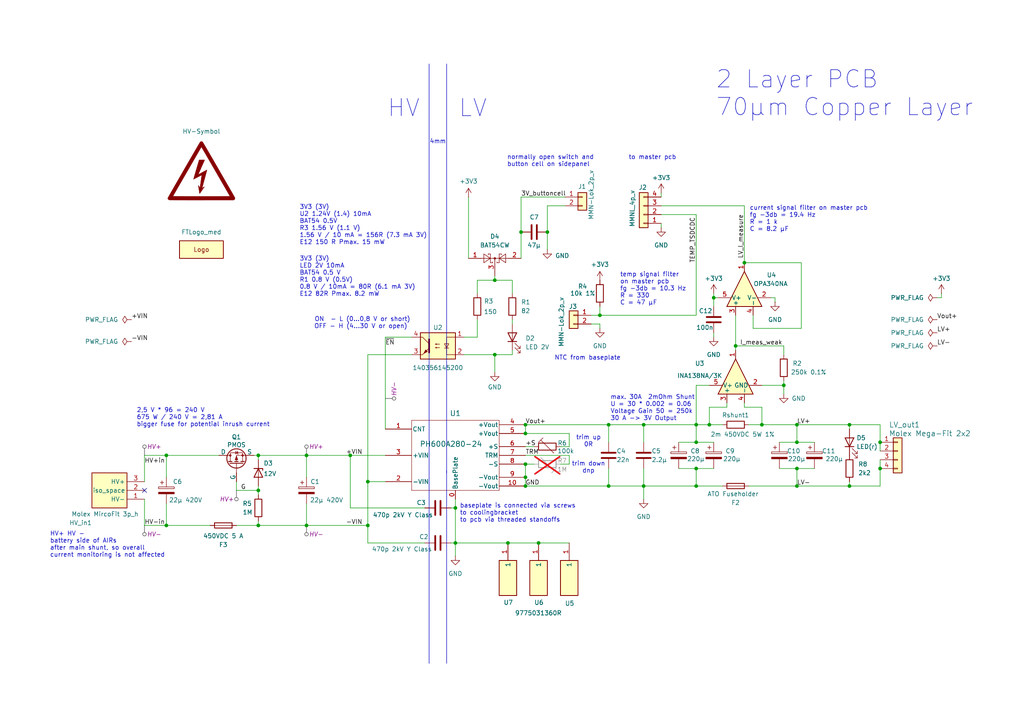
<source format=kicad_sch>
(kicad_sch (version 20231120) (generator "eeschema") (generator_version "8.0")
  (paper "A4")
  (title_block (title "TS-DCDC") (date "2024-12-12") (rev "0.5"))
  (lib_symbols
    (symbol "2024-11-18_21-41-11:PH600A280-24" (pin_names (offset 0.254))
      (property "Reference" "U1" (at 20.32 7.112 0))
      (property "Value" "PH600A280-24" (at 19.05 -1.778 0))
      (symbol "PH600A280-24_1_1"
        (pin passive line (at 20.32 -17.78 90) (length 2.54) (name "BasePlate") (number "0"))
        (pin input line (at 0 2.54 0) (length 7.62) (name "CNT") (number "1"))
        (pin power_out line (at 40.64 -13.97 180) (length 7.62) (name "-Vout") (number "10"))
        (pin power_in line (at 0 -12.7 0) (length 7.62) (name "-VIN") (number "2"))
        (pin power_in line (at 0 -5.08 0) (length 7.62) (name "+VIN") (number "3"))
        (pin power_out line (at 40.64 3.81 180) (length 7.62) (name "+Vout") (number "4"))
        (pin passive line (at 40.64 1.27 180) (length 7.62) (name "+Vout") (number "5"))
        (pin input line (at 40.64 -2.54 180) (length 7.62) (name "+S") (number "6"))
        (pin input line (at 40.64 -5.08 180) (length 7.62) (name "TRM") (number "7"))
        (pin input line (at 40.64 -7.62 180) (length 7.62) (name "-S") (number "8"))
        (pin passive line (at 40.64 -11.43 180) (length 7.62) (name "-Vout") (number "9"))
      )
    )
    (symbol "43650-0317:43650-0317"
      (property "Reference" "HV_in1" (at 18.542 -11.938 0))
      (property "Value" "Molex MircoFit 3p_h" (at 11.43 -9.398 0))
      (symbol "43650-0317_1_1"
        (pin power_out line (at 0 -5.08 0) (length 5.08) (name "HV-") (number "1"))
        (pin passive line (at 0 -2.54 0) (length 5.08) (name "iso_space") (number "2"))
        (pin power_out line (at 0 0 0) (length 5.08) (name "HV+") (number "3"))
      )
    )
    (symbol "9775031360R:9775031360R"
      (property "Reference" "U" (at 16.51 7.62 0))
      (property "Value" "9775031360R" (at 16.51 5.08 0))
      (symbol "9775031360R_1_1"
        (pin passive line (at 0 0 0) (length 5.08) (name "1") (number "1"))
      )
    )
    (symbol "Amplifier_Current:INA138" (pin_names (offset 0.127))
      (property "Reference" "U" (at 3.81 5.08 0))
      (property "Value" "INA138" (at 3.81 2.54 0))
      (symbol "INA138_1_1"
        (pin output line (at 7.62 0 180) (length 2.54) (name "~") (number "1"))
        (pin power_in line (at -2.54 -7.62 90) (length 3.81) (name "GND") (number "2"))
        (pin input line (at -7.62 2.54 0) (length 2.54) (name "+") (number "3"))
        (pin input line (at -7.62 -2.54 0) (length 2.54) (name "-") (number "4"))
        (pin power_in line (at -2.54 7.62 270) (length 3.81) (name "V+") (number "5"))
      )
    )
    (symbol "Amplifier_Operational:OPA340NA" (pin_names (offset 0.127))
      (property "Reference" "U" (at -1.27 6.35 0))
      (property "Value" "OPA340NA" (at -1.27 3.81 0))
      (symbol "OPA340NA_0_1"
        (pin power_in line (at -2.54 -7.62 90) (length 3.81) (name "V-") (number "2"))
        (pin power_in line (at -2.54 7.62 270) (length 3.81) (name "V+") (number "5"))
      )
      (symbol "OPA340NA_1_1"
        (pin output line (at 7.62 0 180) (length 2.54) (name "~") (number "1"))
        (pin input line (at -7.62 2.54 0) (length 2.54) (name "+") (number "3"))
        (pin input line (at -7.62 -2.54 0) (length 2.54) (name "-") (number "4"))
      )
    )
    (symbol "Conn_01x02_1" (pin_names (offset 1.016) hide)
      (property "Reference" "J3" (at -1.016 -5.08 0))
      (property "Value" "MMN-Lok_2p_v" (at 3.556 -7.874 90))
      (symbol "Conn_01x02_1_1_1"
        (pin passive line (at -5.08 -2.54 0) (length 3.81) (name "Pin_1") (number "1"))
        (pin passive line (at -5.08 0 0) (length 3.81) (name "Pin_2") (number "2"))
      )
    )
    (symbol "Conn_01x04_1" (pin_names (offset 1.016) hide)
      (property "Reference" "LV_out1" (at -2.54 7.62 0))
      (property "Value" "Molex Mega-Fit 2x2" (at -2.54 5.08 0))
      (symbol "Conn_01x04_1_1_1"
        (pin power_in line (at -5.08 2.54 0) (length 3.81) (name "Pin_1") (number "1"))
        (pin power_in line (at -5.08 0 0) (length 3.81) (name "Pin_2") (number "2"))
        (pin power_in line (at -5.08 -2.54 0) (length 3.81) (name "Pin_3") (number "3"))
        (pin power_in line (at -5.08 -5.08 0) (length 3.81) (name "Pin_4") (number "4"))
      )
    )
    (symbol "Connector_Generic:Conn_01x02" (pin_names (offset 1.016) hide)
      (property "Reference" "J" (at 0 2.54 0))
      (property "Value" "Conn_01x02" (at 0 -5.08 0))
      (symbol "Conn_01x02_1_1"
        (pin passive line (at -5.08 0 0) (length 3.81) (name "Pin_1") (number "1"))
        (pin passive line (at -5.08 -2.54 0) (length 3.81) (name "Pin_2") (number "2"))
      )
    )
    (symbol "Connector_Generic:Conn_01x04" (pin_names (offset 1.016) hide)
      (property "Reference" "J" (at 0 5.08 0))
      (property "Value" "Conn_01x04" (at 0 -7.62 0))
      (symbol "Conn_01x04_1_1"
        (pin passive line (at -5.08 2.54 0) (length 3.81) (name "Pin_1") (number "1"))
        (pin passive line (at -5.08 0 0) (length 3.81) (name "Pin_2") (number "2"))
        (pin passive line (at -5.08 -2.54 0) (length 3.81) (name "Pin_3") (number "3"))
        (pin passive line (at -5.08 -5.08 0) (length 3.81) (name "Pin_4") (number "4"))
      )
    )
    (symbol "Device:C" (pin_numbers hide) (pin_names (offset 0.254))
      (property "Reference" "C" (at 0.635 2.54 0))
      (property "Value" "C" (at 0.635 -2.54 0))
      (symbol "C_1_1"
        (pin passive line (at 0 3.81 270) (length 2.794) (name "~") (number "1"))
        (pin passive line (at 0 -3.81 90) (length 2.794) (name "~") (number "2"))
      )
    )
    (symbol "Device:C_Polarized" (pin_numbers hide) (pin_names (offset 0.254))
      (property "Reference" "C" (at 0.635 2.54 0))
      (property "Value" "C_Polarized" (at 0.635 -2.54 0))
      (symbol "C_Polarized_1_1"
        (pin passive line (at 0 3.81 270) (length 2.794) (name "~") (number "1"))
        (pin passive line (at 0 -3.81 90) (length 2.794) (name "~") (number "2"))
      )
    )
    (symbol "Device:D_Zener" (pin_numbers hide) (pin_names (offset 1.016) hide)
      (property "Reference" "D" (at 0 2.54 0))
      (property "Value" "D_Zener" (at 0 -2.54 0))
      (symbol "D_Zener_1_1"
        (pin passive line (at -3.81 0 0) (length 2.54) (name "K") (number "1"))
        (pin passive line (at 3.81 0 180) (length 2.54) (name "A") (number "2"))
      )
    )
    (symbol "Device:Fuse" (pin_numbers hide) (pin_names (offset 0))
      (property "Reference" "F" (at 2.032 0 90))
      (property "Value" "Fuse" (at -1.905 0 90))
      (symbol "Fuse_1_1"
        (pin passive line (at 0 3.81 270) (length 1.27) (name "~") (number "1"))
        (pin passive line (at 0 -3.81 90) (length 1.27) (name "~") (number "2"))
      )
    )
    (symbol "Device:LED" (pin_numbers hide) (pin_names (offset 1.016) hide)
      (property "Reference" "D" (at 0 2.54 0))
      (property "Value" "LED" (at 0 -2.54 0))
      (symbol "LED_1_1"
        (pin passive line (at -3.81 0 0) (length 2.54) (name "K") (number "1"))
        (pin passive line (at 3.81 0 180) (length 2.54) (name "A") (number "2"))
      )
    )
    (symbol "Device:R" (pin_numbers hide) (pin_names (offset 0))
      (property "Reference" "R" (at 2.032 0 90))
      (property "Value" "R" (at 0 0 90))
      (symbol "R_1_1"
        (pin passive line (at 0 3.81 270) (length 1.27) (name "~") (number "1"))
        (pin passive line (at 0 -3.81 90) (length 1.27) (name "~") (number "2"))
      )
    )
    (symbol "Device:R_Trim" (pin_numbers hide) (pin_names (offset 0))
      (property "Reference" "R" (at 2.54 -2.54 90))
      (property "Value" "R_Trim" (at -2.54 -0.635 90))
      (symbol "R_Trim_1_1"
        (pin passive line (at 0 3.81 270) (length 1.27) (name "~") (number "1"))
        (pin passive line (at 0 -3.81 90) (length 1.27) (name "~") (number "2"))
      )
    )
    (symbol "Diode:BAT54CW" (pin_names (offset 1.016))
      (property "Reference" "D" (at 0.635 -3.81 0))
      (property "Value" "BAT54CW" (at -6.35 3.175 0))
      (symbol "BAT54CW_1_1"
        (pin passive line (at -7.62 0 0) (length 3.81) (name "~") (number "1"))
        (pin passive line (at 7.62 0 180) (length 3.81) (name "~") (number "2"))
        (pin passive line (at 0 -5.08 90) (length 5.08) (name "~") (number "3"))
      )
    )
    (symbol "FaSTTUBe_logos:FTLogo_med"
      (property "Value" "FTLogo_med" (at 0 -3.81 0))
      (symbol "FTLogo_med_0_0"
        (text "Logo" (at 0 0 0) (effects (font (size 1.27 1.27))))
      )
    )
    (symbol "FaSTTUBe_logos:HV-Symbol" (pin_names (offset 1.016))
      (property "Value" "HV-Symbol" (at 0 -10.16 0))
    )
    (symbol "Fuse_1" (pin_numbers hide) (pin_names (offset 0))
      (property "Reference" "F2" (at 4.826 0 90))
      (property "Value" "ATO Fuseholder" (at 2.286 0.762 90))
      (symbol "Fuse_1_1_1"
        (pin passive line (at 0 3.81 270) (length 1.27) (name "~") (number "1"))
        (pin passive line (at 0 -3.81 90) (length 1.27) (name "~") (number "2"))
      )
    )
    (symbol "Relay_SolidState:34.81-7048"
      (property "Reference" "U2" (at 0 5.334 0))
      (property "Value" "140356145200" (at 0 -6.35 0))
      (symbol "34.81-7048_1_1"
        (pin passive line (at -7.62 2.54 0) (length 2.54) (name "") (number "1"))
        (pin passive line (at -7.62 -2.54 0) (length 2.54) (name "~") (number "2"))
        (pin passive line (at 7.62 -2.54 180) (length 2.54) (name "~") (number "3"))
        (pin passive line (at 7.62 2.54 180) (length 2.54) (name "~") (number "4"))
      )
    )
    (symbol "Simulation_SPICE:PMOS" (pin_numbers hide) (pin_names (offset 0))
      (property "Reference" "Q" (at 5.08 1.27 0))
      (property "Value" "PMOS" (at 5.08 -1.27 0))
      (symbol "PMOS_1_1"
        (pin passive line (at 2.54 5.08 270) (length 2.54) (name "D") (number "1"))
        (pin input line (at -5.08 0 0) (length 2.54) (name "G") (number "2"))
        (pin passive line (at 2.54 -5.08 90) (length 2.54) (name "S") (number "3"))
      )
    )
    (symbol "power:+3V3" (power) (pin_numbers hide) (pin_names (offset 0) hide)
      (property "Value" "+3V3" (at 0 3.556 0))
      (symbol "+3V3_1_1"
        (pin power_in line (at 0 0 90) (length 0) (name "~") (number "1"))
      )
    )
    (symbol "power:GND" (power) (pin_numbers hide) (pin_names (offset 0) hide)
      (property "Value" "GND" (at 0 -3.81 0))
      (symbol "GND_1_1"
        (pin power_in line (at 0 0 270) (length 0) (name "~") (number "1"))
      )
    )
    (symbol "power:PWR_FLAG" (power) (pin_numbers hide) (pin_names (offset 0) hide)
      (property "Value" "PWR_FLAG" (at 0 3.81 0))
      (symbol "PWR_FLAG_0_0"
        (pin power_out line (at 0 0 90) (length 0) (name "~") (number "1"))
      )
    )
  )
  (junction (at 152.4 134.62))
  (junction (at 186.69 123.19))
  (junction (at 207.01 86.36))
  (junction (at 74.93 152.4))
  (junction (at 74.93 142.24))
  (junction (at 106.68 139.7))
  (junction (at 48.26 132.08))
  (junction (at 143.51 81.28))
  (junction (at 201.93 128.27))
  (junction (at 213.36 100.33))
  (junction (at 231.14 123.19))
  (junction (at 176.53 123.19))
  (junction (at 151.13 67.31))
  (junction (at 152.4 138.43))
  (junction (at 147.32 157.48))
  (junction (at 201.93 135.89))
  (junction (at 48.26 152.4))
  (junction (at 152.4 123.19))
  (junction (at 246.38 123.19))
  (junction (at 132.08 157.48))
  (junction (at 106.68 152.4))
  (junction (at 152.4 140.97))
  (junction (at 88.9 152.4))
  (junction (at 205.74 123.19))
  (junction (at 201.93 123.19))
  (junction (at 176.53 140.97))
  (junction (at 255.27 135.89))
  (junction (at 231.14 128.27))
  (junction (at 88.9 132.08))
  (junction (at 231.14 135.89))
  (junction (at 173.99 91.44))
  (junction (at 158.75 67.31))
  (junction (at 156.21 157.48))
  (junction (at 152.4 125.73))
  (junction (at 201.93 140.97))
  (junction (at 220.98 123.19))
  (junction (at 255.27 128.27))
  (junction (at 74.93 132.08))
  (junction (at 132.08 147.32))
  (junction (at 186.69 140.97))
  (junction (at 215.9 76.2))
  (junction (at 246.38 140.97))
  (junction (at 101.6 132.08))
  (junction (at 227.33 111.76))
  (junction (at 143.51 102.87))
  (junction (at 231.14 140.97))
  (no_connect (at 41.91 142.24))
  (wire (pts (xy 231.14 135.89) (xy 231.14 140.97)))
  (wire (pts (xy 231.14 128.27) (xy 236.22 128.27)))
  (wire (pts (xy 41.91 152.4) (xy 41.91 144.78)))
  (wire (pts (xy 176.53 123.19) (xy 176.53 128.27)))
  (wire (pts (xy 48.26 152.4) (xy 60.96 152.4)))
  (wire (pts (xy 176.53 135.89) (xy 176.53 140.97)))
  (wire (pts (xy 111.76 97.79) (xy 111.76 124.46)))
  (wire (pts (xy 158.75 59.69) (xy 158.75 67.31)))
  (wire (pts (xy 148.59 102.87) (xy 148.59 101.6)))
  (wire (pts (xy 201.93 123.19) (xy 205.74 123.19)))
  (wire (pts (xy 152.4 134.62) (xy 154.94 134.62)))
  (wire (pts (xy 226.06 128.27) (xy 231.14 128.27)))
  (wire (pts (xy 201.93 111.76) (xy 205.74 111.76)))
  (wire (pts (xy 143.51 81.28) (xy 143.51 80.01)))
  (wire (pts (xy 73.66 132.08) (xy 74.93 132.08)))
  (wire (pts (xy 273.05 86.36) (xy 271.78 86.36)))
  (wire (pts (xy 106.68 139.7) (xy 111.76 139.7)))
  (wire (pts (xy 151.13 57.15) (xy 163.83 57.15)))
  (wire (pts (xy 132.08 157.48) (xy 130.81 157.48)))
  (wire (pts (xy 106.68 139.7) (xy 106.68 152.4)))
  (wire (pts (xy 201.93 62.23) (xy 201.93 91.44)))
  (wire (pts (xy 173.99 93.98) (xy 171.45 93.98)))
  (wire (pts (xy 138.43 81.28) (xy 138.43 85.09)))
  (wire (pts (xy 132.08 157.48) (xy 147.32 157.48)))
  (wire (pts (xy 205.74 123.19) (xy 209.55 123.19)))
  (wire (pts (xy 165.1 129.54) (xy 162.56 129.54)))
  (wire (pts (xy 134.62 97.79) (xy 138.43 97.79)))
  (wire (pts (xy 207.01 96.52) (xy 207.01 97.79)))
  (wire (pts (xy 201.93 111.76) (xy 201.93 123.19)))
  (wire (pts (xy 210.82 116.84) (xy 210.82 118.11)))
  (wire (pts (xy 210.82 118.11) (xy 205.74 118.11)))
  (wire (pts (xy 135.89 57.15) (xy 135.89 74.93)))
  (wire (pts (xy 74.93 132.08) (xy 88.9 132.08)))
  (wire (pts (xy 218.44 95.25) (xy 232.41 95.25)))
  (wire (pts (xy 165.1 134.62) (xy 165.1 132.08)))
  (wire (pts (xy 227.33 111.76) (xy 227.33 114.3)))
  (wire (pts (xy 152.4 123.19) (xy 176.53 123.19)))
  (polyline (pts (xy 124.46 18.542) (xy 124.46 192.405)))
  (wire (pts (xy 88.9 152.4) (xy 106.68 152.4)))
  (wire (pts (xy 208.28 86.36) (xy 207.01 86.36)))
  (wire (pts (xy 191.77 66.04) (xy 191.77 64.77)))
  (wire (pts (xy 151.13 57.15) (xy 151.13 67.31)))
  (wire (pts (xy 152.4 138.43) (xy 152.4 134.62)))
  (wire (pts (xy 41.91 152.4) (xy 48.26 152.4)))
  (wire (pts (xy 74.93 152.4) (xy 88.9 152.4)))
  (wire (pts (xy 217.17 140.97) (xy 231.14 140.97)))
  (wire (pts (xy 132.08 147.32) (xy 132.08 157.48)))
  (wire (pts (xy 143.51 81.28) (xy 148.59 81.28)))
  (wire (pts (xy 143.51 102.87) (xy 148.59 102.87)))
  (wire (pts (xy 220.98 118.11) (xy 220.98 123.19)))
  (wire (pts (xy 255.27 128.27) (xy 255.27 130.81)))
  (wire (pts (xy 224.79 87.63) (xy 224.79 86.36)))
  (wire (pts (xy 186.69 123.19) (xy 201.93 123.19)))
  (wire (pts (xy 152.4 129.54) (xy 154.94 129.54)))
  (wire (pts (xy 48.26 146.05) (xy 48.26 152.4)))
  (wire (pts (xy 74.93 133.35) (xy 74.93 132.08)))
  (wire (pts (xy 74.93 143.51) (xy 74.93 142.24)))
  (wire (pts (xy 68.58 139.7) (xy 68.58 142.24)))
  (wire (pts (xy 106.68 152.4) (xy 106.68 157.48)))
  (wire (pts (xy 213.36 91.44) (xy 213.36 100.33)))
  (wire (pts (xy 186.69 140.97) (xy 201.93 140.97)))
  (wire (pts (xy 246.38 124.46) (xy 246.38 123.19)))
  (wire (pts (xy 173.99 88.9) (xy 173.99 91.44)))
  (wire (pts (xy 213.36 100.33) (xy 227.33 100.33)))
  (wire (pts (xy 68.58 152.4) (xy 74.93 152.4)))
  (wire (pts (xy 173.99 91.44) (xy 201.93 91.44)))
  (wire (pts (xy 186.69 123.19) (xy 186.69 128.27)))
  (wire (pts (xy 186.69 140.97) (xy 186.69 144.78)))
  (wire (pts (xy 220.98 111.76) (xy 227.33 111.76)))
  (wire (pts (xy 201.93 128.27) (xy 207.01 128.27)))
  (wire (pts (xy 186.69 135.89) (xy 186.69 140.97)))
  (wire (pts (xy 201.93 135.89) (xy 201.93 140.97)))
  (wire (pts (xy 158.75 67.31) (xy 158.75 72.39)))
  (wire (pts (xy 220.98 118.11) (xy 215.9 118.11)))
  (wire (pts (xy 226.06 135.89) (xy 231.14 135.89)))
  (wire (pts (xy 106.68 102.87) (xy 119.38 102.87)))
  (wire (pts (xy 132.08 144.78) (xy 132.08 147.32)))
  (polyline (pts (xy 129.54 136.525) (xy 129.54 192.405)))
  (wire (pts (xy 152.4 123.19) (xy 152.4 125.73)))
  (wire (pts (xy 88.9 132.08) (xy 88.9 138.43)))
  (wire (pts (xy 191.77 57.15) (xy 191.77 55.88)))
  (wire (pts (xy 232.41 76.2) (xy 215.9 76.2)))
  (wire (pts (xy 201.93 140.97) (xy 209.55 140.97)))
  (wire (pts (xy 165.1 125.73) (xy 152.4 125.73)))
  (wire (pts (xy 74.93 142.24) (xy 74.93 140.97)))
  (wire (pts (xy 205.74 118.11) (xy 205.74 123.19)))
  (wire (pts (xy 88.9 132.08) (xy 101.6 132.08)))
  (wire (pts (xy 147.32 157.48) (xy 156.21 157.48)))
  (wire (pts (xy 138.43 81.28) (xy 143.51 81.28)))
  (wire (pts (xy 101.6 132.08) (xy 111.76 132.08)))
  (wire (pts (xy 196.85 128.27) (xy 201.93 128.27)))
  (wire (pts (xy 106.68 102.87) (xy 106.68 139.7)))
  (wire (pts (xy 196.85 135.89) (xy 201.93 135.89)))
  (wire (pts (xy 232.41 95.25) (xy 232.41 76.2)))
  (wire (pts (xy 162.56 134.62) (xy 165.1 134.62)))
  (wire (pts (xy 163.83 59.69) (xy 158.75 59.69)))
  (wire (pts (xy 176.53 123.19) (xy 186.69 123.19)))
  (wire (pts (xy 48.26 132.08) (xy 63.5 132.08)))
  (wire (pts (xy 213.36 100.33) (xy 213.36 101.6)))
  (wire (pts (xy 224.79 86.36) (xy 223.52 86.36)))
  (wire (pts (xy 173.99 91.44) (xy 171.45 91.44)))
  (wire (pts (xy 74.93 151.13) (xy 74.93 152.4)))
  (wire (pts (xy 231.14 135.89) (xy 236.22 135.89)))
  (wire (pts (xy 217.17 123.19) (xy 220.98 123.19)))
  (wire (pts (xy 215.9 59.69) (xy 215.9 76.2)))
  (wire (pts (xy 231.14 140.97) (xy 246.38 140.97)))
  (wire (pts (xy 152.4 140.97) (xy 176.53 140.97)))
  (wire (pts (xy 231.14 123.19) (xy 231.14 128.27)))
  (wire (pts (xy 201.93 135.89) (xy 207.01 135.89)))
  (wire (pts (xy 191.77 59.69) (xy 215.9 59.69)))
  (polyline (pts (xy 129.54 18.542) (xy 129.54 137.16)))
  (wire (pts (xy 123.19 147.32) (xy 101.6 147.32)))
  (wire (pts (xy 246.38 139.7) (xy 246.38 140.97)))
  (wire (pts (xy 152.4 140.97) (xy 152.4 138.43)))
  (wire (pts (xy 143.51 102.87) (xy 143.51 107.95)))
  (wire (pts (xy 255.27 133.35) (xy 255.27 135.89)))
  (wire (pts (xy 246.38 123.19) (xy 255.27 123.19)))
  (wire (pts (xy 68.58 142.24) (xy 74.93 142.24)))
  (wire (pts (xy 176.53 140.97) (xy 186.69 140.97)))
  (wire (pts (xy 148.59 92.71) (xy 148.59 93.98)))
  (wire (pts (xy 173.99 93.98) (xy 173.99 95.25)))
  (wire (pts (xy 215.9 118.11) (xy 215.9 116.84)))
  (wire (pts (xy 152.4 132.08) (xy 165.1 132.08)))
  (wire (pts (xy 138.43 92.71) (xy 138.43 97.79)))
  (wire (pts (xy 255.27 135.89) (xy 255.27 140.97)))
  (wire (pts (xy 151.13 67.31) (xy 151.13 74.93)))
  (wire (pts (xy 246.38 140.97) (xy 255.27 140.97)))
  (wire (pts (xy 148.59 81.28) (xy 148.59 85.09)))
  (wire (pts (xy 165.1 129.54) (xy 165.1 125.73)))
  (wire (pts (xy 132.08 147.32) (xy 130.81 147.32)))
  (wire (pts (xy 132.08 161.29) (xy 132.08 157.48)))
  (wire (pts (xy 101.6 147.32) (xy 101.6 132.08)))
  (wire (pts (xy 48.26 132.08) (xy 48.26 138.43)))
  (wire (pts (xy 273.05 85.09) (xy 273.05 86.36)))
  (wire (pts (xy 106.68 157.48) (xy 123.19 157.48)))
  (wire (pts (xy 111.76 97.79) (xy 119.38 97.79)))
  (wire (pts (xy 165.1 157.48) (xy 156.21 157.48)))
  (wire (pts (xy 227.33 100.33) (xy 227.33 102.87)))
  (wire (pts (xy 220.98 123.19) (xy 231.14 123.19)))
  (wire (pts (xy 41.91 132.08) (xy 48.26 132.08)))
  (wire (pts (xy 207.01 86.36) (xy 207.01 85.09)))
  (wire (pts (xy 41.91 132.08) (xy 41.91 139.7)))
  (wire (pts (xy 255.27 123.19) (xy 255.27 128.27)))
  (wire (pts (xy 207.01 86.36) (xy 207.01 88.9)))
  (wire (pts (xy 227.33 110.49) (xy 227.33 111.76)))
  (wire (pts (xy 143.51 102.87) (xy 134.62 102.87)))
  (wire (pts (xy 231.14 123.19) (xy 246.38 123.19)))
  (wire (pts (xy 201.93 62.23) (xy 191.77 62.23)))
  (wire (pts (xy 218.44 95.25) (xy 218.44 91.44)))
  (wire (pts (xy 88.9 152.4) (xy 88.9 146.05)))
  (wire (pts (xy 201.93 123.19) (xy 201.93 128.27)))
  (text "trim down\ndnp" (at 170.688 135.636 0) (effects (font (size 1.27 1.27))))
  (text "3V3 (3V)\nU2 1.24V (1.4) 10mA\nBAT54 0.5V\nR3 1.56 V (1.1 V)\n1.56 V / 10 mA = 156R (7.3 mA 3V)\nE12 150 R Pmax. 15 mW\n" (at 86.868 65.278 0) (effects (font (size 1.27 1.27)) (justify left)))
  (text " ON  - L (0...0,8 V or short)\nOFF - H (4...30 V or open)" (at 104.648 93.726 0) (effects (font (size 1.27 1.27))))
  (text "max. 30A  2mOhm Shunt \nU = 30 * 0.002 = 0.06\nVoltage Gain 50 = 250k\n30 A -> 3V Output\n" (at 177.038 118.364 0) (effects (font (size 1.27 1.27)) (justify left)))
  (text "trim up\n0R" (at 170.688 128.016 0) (effects (font (size 1.27 1.27))))
  (text "2,5 V * 96 = 240 V\n675 W / 240 V = 2,81 A\nbigger fuse for potential inrush current\n\n" (at 39.624 122.174 0) (effects (font (size 1.27 1.27)) (justify left)))
  (text "current signal filter on master pcb\nfg -3db = 19.4 Hz\nR = 1 k\nC = 8.2 µF\n" (at 217.424 63.5 0) (effects (font (size 1.27 1.27)) (justify left)))
  (text "LV" (at 137.16 31.496 0) (effects (font (size 5 5))))
  (text "4mm" (at 127 41.148 0) (effects (font (size 1.27 1.27))))
  (text "normally open switch and\nbutton cell on sidepanel\n " (at 147.066 44.958 0) (effects (font (size 1.27 1.27)) (justify left top)))
  (text "NTC from baseplate" (at 170.434 103.886 0) (effects (font (size 1.27 1.27))))
  (text "HV" (at 117.094 31.496 0) (effects (font (size 5 5))))
  (text "3V3 (3V)\nLED 2V 10mA\nBAT54 0.5 V \nR1 0.8 V (0.5V)\n0.8 V / 10mA = 80R (6.1 mA 3V)\nE12 82R Pmax. 8.2 mW" (at 86.868 80.264 0) (effects (font (size 1.27 1.27)) (justify left)))
  (text "HV+ HV -\nbattery side of AIRs\nafter main shunt, so overall \ncurrent monitoring is not affected" (at 14.478 157.988 0) (effects (font (size 1.27 1.27)) (justify left)))
  (text "to master pcb" (at 189.23 45.72 0) (effects (font (size 1.27 1.27))))
  (text "baseplate is connected via screws \nto coolingbracket\nto pcb via threaded standoffs\n" (at 133.35 148.844 0) (effects (font (size 1.27 1.27)) (justify left)))
  (text "temp signal filter \non master pcb\nfg -3db = 10.3 Hz\nR = 330\nC = 47 µF" (at 179.832 83.82 0) (effects (font (size 1.27 1.27)) (justify left)))
  (text "2 Layer PCB \n70µm Copper Layer\n" (at 207.518 27.178 0) (effects (font (size 5 5)) (justify left)))
  (label "LV+" (at 231.14 123.19 0))
  (label "+VIN" (at 38.1 92.71 0))
  (label "LV-" (at 231.14 140.97 0))
  (label "GND" (at 152.4 140.97 0))
  (label "TEMP_TSDCDC" (at 201.93 76.2 90))
  (label "LV-" (at 271.78 100.33 0))
  (label "Vout+" (at 271.78 92.71 0))
  (label "G" (at 69.85 142.24 0))
  (label "+S" (at 152.4 129.54 0))
  (label "-VIN" (at 38.1 99.06 0))
  (label "TRM" (at 152.4 132.08 0))
  (label "-VIN" (at 100.33 152.4 0))
  (label "LV_I_measure" (at 215.9 74.93 90))
  (label "HV+in" (at 41.91 134.62 0))
  (label "I_meas_weak" (at 214.63 100.33 0))
  (label "3V_buttoncell" (at 151.13 57.15 0))
  (label "HV-in" (at 41.91 152.4 0))
  (label "~{EN}" (at 111.76 100.33 0))
  (label "Vout+" (at 152.4 123.19 0))
  (label "+VIN" (at 100.33 132.08 0))
  (label "LV+" (at 271.78 96.52 0))
  (netclass_flag "" (length 2.54) (shape round) (at 41.91 132.08 0) (property "Netclass" "HV+" (at 42.6085 129.54 0) (effects (font (italic yes)) (justify left))))
  (netclass_flag "" (length 2.54) (shape round) (at 41.91 152.4 180) (property "Netclass" "HV-" (at 42.6085 154.94 0) (effects (font (italic yes)) (justify left))))
  (netclass_flag "" (length 2.54) (shape round) (at 111.76 115.57 270) (property "Netclass" "HV-" (at 114.3 114.8715 90) (effects (font (italic yes)) (justify left))))
  (netclass_flag "" (length 2.54) (shape round) (at 88.9 132.08 0) (property "Netclass" "HV+" (at 89.5985 129.54 0) (effects (font (italic yes)) (justify left))))
  (netclass_flag "" (length 2.54) (shape round) (at 68.58 142.24 180) (property "Netclass" "HV+" (at 67.8815 144.78 0) (effects (font (italic yes)) (justify right))))
  (netclass_flag "" (length 2.54) (shape round) (at 88.9 152.4 180) (property "Netclass" "HV-" (at 89.5985 154.94 0) (effects (font (italic yes)) (justify left))))
  (symbol (lib_id "9775031360R:9775031360R") (at 165.1 157.48 270) (unit 1)
    (property "Reference" "U5" (at 163.83 175.006 90) (effects (justify left)))
    (property "Value" "9775031360R" (effects (hide yes)))
    (property "Footprint" "9775031360R" (effects (hide yes)))
    (property "Datasheet" "https://www.we-online.com/components/products/datasheet/9775031360R.pdf" (effects (hide yes)))
    (property "Description" "Round Standoff Threaded M3 Steel 0.039\" (1.00mm)" (effects (hide yes)))
    (property "Height" "4.2" (effects (hide yes)))
    (property "Mouser Part Number" "710-9775031360R" (effects (hide yes)))
    (property "Mouser Price/Stock" "https://www.mouser.co.uk/ProductDetail/Wurth-Elektronik/9775031360R?qs=lBTPRtX1sU%252BooRt%2F6rjYpA%3D%3D" (effects (hide yes)))
    (property "Manufacturer_Name" "Wurth Elektronik" (effects (hide yes)))
    (property "Manufacturer_Part_Number" "9775031360R" (effects (hide yes)))
  )
  (symbol (lib_id "Device:LED") (at 148.59 97.79 90) (unit 1)
    (property "Reference" "D2" (at 152.4 98.1074 90) (effects (justify right)))
    (property "Value" "LED 2V" (at 152.4 100.6474 90) (effects (justify right)))
    (property "Footprint" "LED_SMD:LED_0603_1608Metric" (effects (hide yes)))
    (property "Description" "Light emitting diode" (effects (hide yes)))
  )
  (symbol (lib_id "Device:C_Polarized") (at 196.85 132.08 0) (unit 1)
    (property "Reference" "C8" (at 202.946 130.81 0) (effects (justify right)))
    (property "Value" "220µ" (at 204.47 133.096 0) (effects (justify right)))
    (property "Footprint" "Capacitor_THT:CP_Radial_D10.0mm_P5.00mm" (effects (hide yes)))
    (property "Datasheet" "https://mou.sr/3E8B9GR" (effects (hide yes)))
    (property "Description" "Polarized capacitor" (effects (hide yes)))
  )
  (symbol (lib_id "Device:C") (at 176.53 132.08 0) (unit 1)
    (property "Reference" "C4" (at 178.816 130.81 0) (effects (justify left)))
    (property "Value" "22n" (at 178.816 133.35 0) (effects (justify left)))
    (property "Footprint" "Capacitor_SMD:C_1206_3216Metric" (effects (hide yes)))
    (property "Description" "Unpolarized capacitor" (effects (hide yes)))
  )
  (symbol (lib_id "Device:R") (at 74.93 147.32 0) (unit 1)
    (property "Reference" "R5" (at 70.358 146.05 0) (effects (justify left)))
    (property "Value" "1M" (at 70.358 148.59 0) (effects (justify left)))
    (property "Footprint" "Resistor_SMD:R_2010_5025Metric" (effects (hide yes)))
    (property "Description" "Resistor" (effects (hide yes)))
  )
  (symbol (lib_id "Device:R") (at 246.38 135.89 0) (unit 1)
    (property "Reference" "R8" (at 248.92 134.6199 0) (effects (justify left)))
    (property "Value" "2k2" (at 248.92 137.1599 0) (effects (justify left)))
    (property "Footprint" "Resistor_SMD:R_0603_1608Metric" (effects (hide yes)))
    (property "Description" "Resistor" (effects (hide yes)))
  )
  (symbol (lib_id "Connector_Generic:Conn_01x04") (at 186.69 62.23 180) (unit 1)
    (property "Reference" "J2" (at 186.436 54.356 0))
    (property "Value" "MMNL_4p_v" (at 183.388 60.452 90))
    (property "Footprint" "FaSTTUBe_connectors:Micro_Mate-N-Lok_4p_vertical" (effects (hide yes)))
    (property "Description" "Generic connector, single row, 01x04, script generated (kicad-library-utils/schlib/autogen/connector/)" (effects (hide yes)))
  )
  (symbol (lib_id "power:GND") (at 186.69 144.78 0) (unit 1)
    (property "Reference" "#PWR01" (effects (hide yes)))
    (property "Value" "GND" (at 186.69 149.86 0))
    (property "Description" "Power symbol creates a global label with name \"GND\" , ground" (effects (hide yes)))
  )
  (symbol (lib_id "Device:D_Zener") (at 74.93 137.16 270) (unit 1)
    (property "Reference" "D3" (at 76.454 134.366 90) (effects (justify left)))
    (property "Value" "12V" (at 76.454 137.414 90) (effects (justify left)))
    (property "Footprint" "Diode_SMD:D_SOD-323" (effects (hide yes)))
    (property "Datasheet" "https://assets.nexperia.com/documents/data-sheet/PDZ-B_SER.pdf" (effects (hide yes)))
    (property "Description" "Zener diode" (effects (hide yes)))
  )
  (symbol (lib_id "power:PWR_FLAG") (at 38.1 92.71 90) (unit 1)
    (property "Reference" "#FLG02" (effects (hide yes)))
    (property "Value" "PWR_FLAG" (at 34.29 92.7099 90) (effects (justify left)))
    (property "Description" "Special symbol for telling ERC where power comes from" (effects (hide yes)))
  )
  (symbol (lib_id "power:+3V3") (at 191.77 55.88 0) (mirror y) (unit 1)
    (property "Reference" "#PWR05" (effects (hide yes)))
    (property "Value" "+3V3" (at 191.77 51.562 0))
    (property "Description" "Power symbol creates a global label with name \"+3V3\"" (effects (hide yes)))
  )
  (symbol (lib_id "Amplifier_Operational:OPA340NA") (at 215.9 83.82 90) (unit 1)
    (property "Reference" "U4" (at 223.774 79.756 90))
    (property "Value" "OPA340NA" (at 223.52 82.296 90))
    (property "Footprint" "Package_TO_SOT_SMD:SOT-23-5" (effects (hide yes)))
    (property "Datasheet" "http://www.ti.com/lit/ds/symlink/opa340.pdf" (effects (hide yes)))
    (property "Description" "Single Single-Supply, Rail-to-Rail Operational Amplifier, MicroAmplifier Series, SOT-23-5" (effects (hide yes)))
  )
  (symbol (lib_id "Device:C_Polarized") (at 226.06 132.08 0) (unit 1)
    (property "Reference" "C10" (at 232.156 130.81 0) (effects (justify right)))
    (property "Value" "220µ" (at 233.68 133.096 0) (effects (justify right)))
    (property "Footprint" "Capacitor_THT:CP_Radial_D10.0mm_P5.00mm" (effects (hide yes)))
    (property "Datasheet" "https://mou.sr/3E8B9GR" (effects (hide yes)))
    (property "Description" "Polarized capacitor" (effects (hide yes)))
  )
  (symbol (lib_id "Device:LED") (at 246.38 128.27 90) (unit 1)
    (property "Reference" "D5" (at 248.412 127 90) (effects (justify right)))
    (property "Value" "LED(r)" (at 248.412 129.54 90) (effects (justify right)))
    (property "Footprint" "LED_SMD:LED_0603_1608Metric" (effects (hide yes)))
    (property "Description" "Light emitting diode" (effects (hide yes)))
  )
  (symbol (lib_id "Device:C_Polarized") (at 88.9 142.24 0) (unit 1)
    (property "Reference" "C1" (at 92.71 139.7 0) (effects (justify right)))
    (property "Value" "22µ 420V" (at 99.568 145.034 0) (effects (justify right)))
    (property "Footprint" "Capacitor_THT:CP_Radial_D12.5mm_P5.00mm" (effects (hide yes)))
    (property "Datasheet" "https://www.mouser.de/ProductDetail/Chemi-Con/EKXN451ELL220MK16S?qs=eP2BKZSCXI45cEkx%2FZPDFw%3D%3D" (effects (hide yes)))
    (property "Description" "Polarized capacitor" (effects (hide yes)))
  )
  (symbol (lib_id "Device:C") (at 127 157.48 90) (unit 1)
    (property "Reference" "C2" (at 122.936 155.702 90))
    (property "Value" "470p 2kV Y Class" (at 116.586 159.258 90))
    (property "Footprint" "footprints:VY1471M29Y5UC63V0" (effects (hide yes)))
    (property "Datasheet" "https://www.vishay.com/docs/28537/vy1series.pdf" (effects (hide yes)))
    (property "Description" "Unpolarized capacitor" (effects (hide yes)))
  )
  (symbol (lib_id "power:PWR_FLAG") (at 271.78 100.33 90) (unit 1)
    (property "Reference" "#FLG05" (effects (hide yes)))
    (property "Value" "PWR_FLAG" (at 267.97 100.3299 90) (effects (justify left)))
    (property "Description" "Special symbol for telling ERC where power comes from" (effects (hide yes)))
  )
  (symbol (lib_id "Device:C_Polarized") (at 207.01 132.08 0) (unit 1)
    (property "Reference" "C9" (at 213.106 130.81 0) (effects (justify right)))
    (property "Value" "220µ" (at 214.884 133.096 0) (effects (justify right)))
    (property "Footprint" "Capacitor_THT:CP_Radial_D10.0mm_P5.00mm" (effects (hide yes)))
    (property "Datasheet" "https://mou.sr/3E8B9GR" (effects (hide yes)))
    (property "Description" "Polarized capacitor" (effects (hide yes)))
  )
  (symbol (lib_id "9775031360R:9775031360R") (at 156.21 157.48 270) (unit 1)
    (property "Reference" "U6" (at 154.94 174.752 90) (effects (justify left)))
    (property "Value" "9775031360R" (at 149.352 177.8 90) (effects (justify left)))
    (property "Footprint" "9775031360R" (effects (hide yes)))
    (property "Datasheet" "https://www.we-online.com/components/products/datasheet/9775031360R.pdf" (effects (hide yes)))
    (property "Description" "Round Standoff Threaded M3 Steel 0.039\" (1.00mm)" (effects (hide yes)))
    (property "Height" "4.2" (effects (hide yes)))
    (property "Mouser Part Number" "710-9775031360R" (effects (hide yes)))
    (property "Mouser Price/Stock" "https://www.mouser.co.uk/ProductDetail/Wurth-Elektronik/9775031360R?qs=lBTPRtX1sU%252BooRt%2F6rjYpA%3D%3D" (effects (hide yes)))
    (property "Manufacturer_Name" "Wurth Elektronik" (effects (hide yes)))
    (property "Manufacturer_Part_Number" "9775031360R" (effects (hide yes)))
  )
  (symbol (lib_id "Device:R") (at 148.59 88.9 0) (unit 1)
    (property "Reference" "R1" (at 151.13 87.6299 0) (effects (justify left)))
    (property "Value" "82" (at 151.13 90.1699 0) (effects (justify left)))
    (property "Footprint" "Resistor_SMD:R_0603_1608Metric" (effects (hide yes)))
    (property "Description" "Resistor" (effects (hide yes)))
  )
  (symbol (lib_id "power:GND") (at 207.01 97.79 0) (unit 1)
    (property "Reference" "#PWR013" (effects (hide yes)))
    (property "Value" "GND" (at 207.01 102.87 0))
    (property "Description" "Power symbol creates a global label with name \"GND\" , ground" (effects (hide yes)))
  )
  (symbol (lib_id "2024-11-18_21-41-11:PH600A280-24") (at 111.76 127 0) (unit 1)
    (property "Reference" "U1" (at 132.08 119.888 0) (effects (font (size 1.524 1.524))))
    (property "Value" "PH600A280-24" (at 130.81 128.778 0) (effects (font (size 1.524 1.524))))
    (property "Footprint" "footprints:PH300A_thru_PH600A_TDK" (effects (hide yes)))
    (property "Datasheet" "https://product.tdk.com/system/files/dam/doc/product/power/switching-power/dc-dc-converter/catalog/ph-a280_e.pdf" (effects (hide yes)))
  )
  (symbol (lib_id "power:PWR_FLAG") (at 271.78 86.36 90) (unit 1)
    (property "Reference" "#FLG01" (effects (hide yes)))
    (property "Value" "PWR_FLAG" (at 267.97 86.36 90) (effects (justify left)))
    (property "Description" "Special symbol for telling ERC where power comes from" (effects (hide yes)))
  )
  (symbol (lib_id "Device:C") (at 154.94 67.31 90) (unit 1)
    (property "Reference" "C7" (at 154.94 62.992 90))
    (property "Value" "47µ" (at 154.94 71.12 90))
    (property "Footprint" "Capacitor_SMD:C_1210_3225Metric" (effects (hide yes)))
    (property "Description" "Unpolarized capacitor" (effects (hide yes)))
  )
  (symbol (lib_id "power:+3V3") (at 173.99 81.28 0) (mirror y) (unit 1)
    (property "Reference" "#PWR08" (effects (hide yes)))
    (property "Value" "+3V3" (at 173.99 76.708 0))
    (property "Description" "Power symbol creates a global label with name \"+3V3\"" (effects (hide yes)))
  )
  (symbol (lib_id "FaSTTUBe_logos:HV-Symbol") (at 58.42 49.53 0) (unit 1)
    (property "Reference" "#Logo2" (effects (hide yes)))
    (property "Value" "HV-Symbol" (at 58.4225 38.1 0))
    (property "Footprint" "FaSTTUBe_logos:HV-Warning" (effects (hide yes)))
  )
  (symbol (lib_id "Device:C_Polarized") (at 48.26 142.24 0) (unit 1)
    (property "Reference" "C6" (at 52.832 139.7 0) (effects (justify right)))
    (property "Value" "22µ 420V" (at 58.674 145.034 0) (effects (justify right)))
    (property "Footprint" "Capacitor_THT:CP_Radial_D12.5mm_P5.00mm" (effects (hide yes)))
    (property "Datasheet" "https://www.mouser.de/ProductDetail/Chemi-Con/EKXN451ELL220MK16S?qs=eP2BKZSCXI45cEkx%2FZPDFw%3D%3D" (effects (hide yes)))
    (property "Description" "Polarized capacitor" (effects (hide yes)))
  )
  (symbol (lib_id "power:GND") (at 227.33 114.3 0) (unit 1)
    (property "Reference" "#PWR02" (effects (hide yes)))
    (property "Value" "GND" (at 231.648 115.57 0))
    (property "Description" "Power symbol creates a global label with name \"GND\" , ground" (effects (hide yes)))
  )
  (symbol (lib_id "Device:C_Polarized") (at 236.22 132.08 0) (unit 1)
    (property "Reference" "C11" (at 242.316 130.81 0) (effects (justify right)))
    (property "Value" "220µ" (at 244.602 133.096 0) (effects (justify right)))
    (property "Footprint" "Capacitor_THT:CP_Radial_D10.0mm_P5.00mm" (effects (hide yes)))
    (property "Datasheet" "https://mou.sr/3E8B9GR" (effects (hide yes)))
    (property "Description" "Polarized capacitor" (effects (hide yes)))
  )
  (symbol (lib_id "Device:R_Trim") (at 158.75 134.62 270) (unit 1) (dnp yes)
    (property "Reference" "R7" (at 163.068 133.604 90))
    (property "Value" "1M" (at 163.068 136.144 90))
    (property "Footprint" "Potentiometer_SMD:Potentiometer_Bourns_TC33X_Vertical" (effects (hide yes)))
    (property "Description" "Trimmable resistor (preset resistor)" (effects (hide yes)))
  )
  (symbol (lib_id "power:GND") (at 132.08 161.29 0) (unit 1)
    (property "Reference" "#PWR010" (effects (hide yes)))
    (property "Value" "GND" (at 132.08 166.37 0))
    (property "Description" "Power symbol creates a global label with name \"GND\" , ground" (effects (hide yes)))
  )
  (symbol (lib_id "Relay_SolidState:34.81-7048") (at 127 100.33 0) (mirror y) (unit 1)
    (property "Reference" "U2" (at 127 94.996 0))
    (property "Value" "140356145200" (at 127 106.68 0))
    (property "Footprint" "footprints:SOP254P700X210-4N" (effects (hide yes)))
    (property "Datasheet" "https://www.we-online.com/components/products/datasheet/140356145200.pdf" (effects (hide yes)))
    (property "Description" "Ultra-Slim Solid-State Relay, 0.1A, 48V DC output switching" (effects (hide yes)))
  )
  (symbol (lib_name "Conn_01x04_1") (lib_id "Connector_Generic:Conn_01x04") (at 260.35 130.81 0) (unit 1)
    (property "Reference" "LV_out1" (at 257.81 123.19 0) (effects (font (size 1.524 1.524)) (justify left)))
    (property "Value" "Molex Mega-Fit 2x2" (at 257.81 125.73 0) (effects (font (size 1.524 1.524)) (justify left)))
    (property "Footprint" "footprints:CONN_SD-76825-0100_04_MOL" (effects (hide yes)))
    (property "Datasheet" "https://www.molex.com/en-us/products/part-detail/768250004" (effects (hide yes)))
    (property "Description" "Generic connector, single row, 01x04, script generated (kicad-library-utils/schlib/autogen/connector/)" (effects (hide yes)))
  )
  (symbol (lib_id "Device:Fuse") (at 64.77 152.4 90) (mirror x) (unit 1)
    (property "Reference" "F3" (at 64.77 157.988 90))
    (property "Value" "450VDC 5 A" (at 64.77 155.448 90))
    (property "Footprint" "footprints:0ACG5000TE" (effects (hide yes)))
    (property "Datasheet" "https://www.mouser.de/datasheet/2/643/ds_CP_0ACG_series-2000946.pdf" (effects (hide yes)))
    (property "Description" "Fuse" (effects (hide yes)))
  )
  (symbol (lib_id "power:+3V3") (at 135.89 57.15 0) (unit 1)
    (property "Reference" "#PWR09" (effects (hide yes)))
    (property "Value" "+3V3" (at 135.89 52.578 0))
    (property "Description" "Power symbol creates a global label with name \"+3V3\"" (effects (hide yes)))
  )
  (symbol (lib_id "power:PWR_FLAG") (at 38.1 99.06 90) (unit 1)
    (property "Reference" "#FLG03" (effects (hide yes)))
    (property "Value" "PWR_FLAG" (at 34.29 99.0599 90) (effects (justify left)))
    (property "Description" "Special symbol for telling ERC where power comes from" (effects (hide yes)))
  )
  (symbol (lib_id "9775031360R:9775031360R") (at 147.32 157.48 270) (unit 1)
    (property "Reference" "U7" (at 146.05 174.752 90) (effects (justify left)))
    (property "Value" "9775031360R" (effects (hide yes)))
    (property "Footprint" "9775031360R" (effects (hide yes)))
    (property "Datasheet" "https://www.we-online.com/components/products/datasheet/9775031360R.pdf" (effects (hide yes)))
    (property "Description" "Round Standoff Threaded M3 Steel 0.039\" (1.00mm)" (effects (hide yes)))
    (property "Height" "4.2" (effects (hide yes)))
    (property "Mouser Part Number" "710-9775031360R" (effects (hide yes)))
    (property "Mouser Price/Stock" "https://www.mouser.co.uk/ProductDetail/Wurth-Elektronik/9775031360R?qs=lBTPRtX1sU%252BooRt%2F6rjYpA%3D%3D" (effects (hide yes)))
    (property "Manufacturer_Name" "Wurth Elektronik" (effects (hide yes)))
    (property "Manufacturer_Part_Number" "9775031360R" (effects (hide yes)))
  )
  (symbol (lib_id "power:GND") (at 173.99 95.25 0) (unit 1)
    (property "Reference" "#PWR06" (effects (hide yes)))
    (property "Value" "GND" (at 173.99 100.33 0))
    (property "Description" "Power symbol creates a global label with name \"GND\" , ground" (effects (hide yes)))
  )
  (symbol (lib_id "Device:R") (at 173.99 85.09 0) (unit 1)
    (property "Reference" "R4" (at 167.64 83.058 0) (effects (justify left)))
    (property "Value" "10k 1%" (at 165.354 85.09 0) (effects (justify left)))
    (property "Footprint" "Resistor_SMD:R_0603_1608Metric" (effects (hide yes)))
    (property "Description" "Resistor" (effects (hide yes)))
  )
  (symbol (lib_name "Fuse_1") (lib_id "Device:Fuse") (at 213.36 140.97 90) (mirror x) (unit 1)
    (property "Reference" "F2" (at 213.36 145.796 90))
    (property "Value" "ATO Fuseholder" (at 212.598 143.256 90))
    (property "Footprint" "footprints:01000066Z" (effects (hide yes)))
    (property "Datasheet" "https://www.littelfuse.com/assetdocs/littelfuse_fuseclip_100_datasheet.pdf?assetguid=9960882e-3537-4a71-b411-c6d6ebc326a9" (effects (hide yes)))
    (property "Description" "Fuse" (effects (hide yes)))
  )
  (symbol (lib_id "Device:R") (at 213.36 123.19 90) (unit 1)
    (property "Reference" "Rshunt1" (at 213.36 120.396 90))
    (property "Value" "2m 450VDC 5W 1%" (at 215.392 125.984 90))
    (property "Footprint" "Resistor_SMD:R_2512_6332Metric" (effects (hide yes)))
    (property "Datasheet" "https://www.mouser.de/datasheet/2/54/css2h_2512-1862180.pdf" (effects (hide yes)))
    (property "Description" "Resistor" (effects (hide yes)))
  )
  (symbol (lib_id "power:+3V3") (at 273.05 85.09 0) (mirror y) (unit 1)
    (property "Reference" "#PWR014" (effects (hide yes)))
    (property "Value" "+3V3" (at 273.05 80.772 0))
    (property "Description" "Power symbol creates a global label with name \"+3V3\"" (effects (hide yes)))
  )
  (symbol (lib_id "Diode:BAT54CW") (at 143.51 74.93 0) (unit 1)
    (property "Reference" "D4" (at 143.51 68.58 0))
    (property "Value" "BAT54CW" (at 143.51 71.12 0))
    (property "Footprint" "Package_TO_SOT_SMD:SOT-323_SC-70" (effects (hide yes)))
    (property "Datasheet" "https://assets.nexperia.com/documents/data-sheet/BAT54W_SER.pdf" (effects (hide yes)))
    (property "Description" "Dual schottky barrier diode, common cathode, SOT-323" (effects (hide yes)))
  )
  (symbol (lib_id "Device:C") (at 207.01 92.71 0) (unit 1)
    (property "Reference" "C12" (at 202.692 90.17 0) (effects (justify left)))
    (property "Value" "100n" (at 201.93 94.996 0) (effects (justify left)))
    (property "Footprint" "Capacitor_SMD:C_0603_1608Metric" (effects (hide yes)))
    (property "Description" "Unpolarized capacitor" (effects (hide yes)))
  )
  (symbol (lib_id "Device:C") (at 127 147.32 270) (unit 1)
    (property "Reference" "C3" (at 122.174 145.796 90))
    (property "Value" "470p 2kV Y Class" (at 116.84 149.352 90))
    (property "Footprint" "footprints:VY1471M29Y5UC63V0" (effects (hide yes)))
    (property "Datasheet" "https://www.vishay.com/docs/28537/vy1series.pdf" (effects (hide yes)))
    (property "Description" "Unpolarized capacitor" (effects (hide yes)))
  )
  (symbol (lib_id "Device:R") (at 227.33 106.68 0) (unit 1)
    (property "Reference" "R2" (at 229.87 105.4099 0) (effects (justify left)))
    (property "Value" "250k 0.1%" (at 229.362 107.95 0) (effects (justify left)))
    (property "Footprint" "Resistor_SMD:R_0805_2012Metric" (effects (hide yes)))
    (property "Datasheet" "https://www.mouser.de/datasheet/2/385/SEI_RNCF-3077647.pdf" (effects (hide yes)))
    (property "Description" "Resistor" (effects (hide yes)))
  )
  (symbol (lib_id "FaSTTUBe_logos:FTLogo_med") (at 58.42 72.39 0) (unit 1)
    (property "Reference" "#Logo1" (effects (hide yes)))
    (property "Value" "FTLogo_med" (at 58.42 67.31 0))
    (property "Footprint" "FaSTTUBe_logos:FTLogo_medium" (effects (hide yes)))
  )
  (symbol (lib_id "power:GND") (at 224.79 87.63 0) (unit 1)
    (property "Reference" "#PWR011" (effects (hide yes)))
    (property "Value" "GND" (at 224.79 92.71 0))
    (property "Description" "Power symbol creates a global label with name \"GND\" , ground" (effects (hide yes)))
  )
  (symbol (lib_id "power:+3V3") (at 207.01 85.09 0) (mirror y) (unit 1)
    (property "Reference" "#PWR012" (effects (hide yes)))
    (property "Value" "+3V3" (at 207.01 80.772 0))
    (property "Description" "Power symbol creates a global label with name \"+3V3\"" (effects (hide yes)))
  )
  (symbol (lib_name "Conn_01x02_1") (lib_id "Connector_Generic:Conn_01x02") (at 166.37 93.98 180) (unit 1)
    (property "Reference" "J3" (at 167.386 88.9 0) (effects (justify left)))
    (property "Value" "MMN-Lok_2p_v" (at 162.814 86.106 90) (effects (justify left)))
    (property "Footprint" "FaSTTUBe_connectors:Micro_Mate-N-Lok_2p_vertical" (effects (hide yes)))
    (property "Description" "Generic connector, single row, 01x02, script generated (kicad-library-utils/schlib/autogen/connector/)" (effects (hide yes)))
  )
  (symbol (lib_id "Device:R") (at 138.43 88.9 0) (unit 1)
    (property "Reference" "R3" (at 141.732 87.376 0))
    (property "Value" "150" (at 142.24 90.424 0))
    (property "Footprint" "Resistor_SMD:R_0603_1608Metric" (effects (hide yes)))
    (property "Description" "Resistor" (effects (hide yes)))
  )
  (symbol (lib_id "power:PWR_FLAG") (at 271.78 92.71 90) (unit 1)
    (property "Reference" "#FLG06" (effects (hide yes)))
    (property "Value" "PWR_FLAG" (at 267.97 92.7099 90) (effects (justify left)))
    (property "Description" "Special symbol for telling ERC where power comes from" (effects (hide yes)))
  )
  (symbol (lib_id "power:GND") (at 143.51 107.95 0) (unit 1)
    (property "Reference" "#PWR07" (effects (hide yes)))
    (property "Value" "GND" (at 143.51 112.268 0))
    (property "Description" "Power symbol creates a global label with name \"GND\" , ground" (effects (hide yes)))
  )
  (symbol (lib_id "43650-0317:43650-0317") (at 41.91 139.7 0) (mirror y) (unit 1)
    (property "Reference" "HV_in1" (at 23.368 151.638 0))
    (property "Value" "Molex MircoFit 3p_h" (at 30.48 149.098 0))
    (property "Footprint" "Connector_Molex:Molex_Micro-Fit_3.0_43650-0310_1x03-1MP_P3.00mm_Horizontal_PnP" (effects (hide yes)))
    (property "Datasheet" "https://www.molex.com/en-us/products/part-detail/436500310?display=pdf" (effects (hide yes)))
    (property "Description" "Micro-Fit 3.0 Vertical Header, 3.00mm Pitch, Single Row, 3 Circuits, with PCB Polarizing Peg, Glow-Wire Capable, Black" (effects (hide yes)))
    (property "Height" "9.9" (effects (hide yes)))
    (property "Mouser Part Number" "538-43650-0317" (effects (hide yes)))
    (property "Mouser Price/Stock" "https://www.mouser.co.uk/ProductDetail/Molex/43650-0317?qs=Nb99Pa9xYq%2Fi%252B%2FVbiejqUg%3D%3D" (effects (hide yes)))
    (property "Manufacturer_Name" "Molex" (effects (hide yes)))
    (property "Manufacturer_Part_Number" "43650-0317" (effects (hide yes)))
  )
  (symbol (lib_id "power:GND") (at 158.75 72.39 0) (unit 1)
    (property "Reference" "#PWR04" (effects (hide yes)))
    (property "Value" "GND" (at 163.068 74.168 0))
    (property "Description" "Power symbol creates a global label with name \"GND\" , ground" (effects (hide yes)))
  )
  (symbol (lib_id "Simulation_SPICE:PMOS") (at 68.58 134.62 90) (unit 1)
    (property "Reference" "Q1" (at 68.58 126.746 90))
    (property "Value" "PMOS" (at 68.58 129.032 90))
    (property "Footprint" "Package_TO_SOT_SMD:TO-263-2_TabPin1" (effects (hide yes)))
    (property "Datasheet" "https://www.mouser.de/datasheet/2/240/Littelfuse_Discrete_MOSFETs_P_Channel_IXT_10P50P_D-1622554.pdf" (effects (hide yes)))
    (property "Description" "P-MOSFET transistor, drain/source/gate" (effects (hide yes)))
    (property "Sim.Device" "PMOS" (effects (hide yes)))
    (property "Sim.Type" "VDMOS" (effects (hide yes)))
    (property "Sim.Pins" "1=D 2=G 3=S" (effects (hide yes)))
  )
  (symbol (lib_id "power:PWR_FLAG") (at 271.78 96.52 90) (unit 1)
    (property "Reference" "#FLG04" (effects (hide yes)))
    (property "Value" "PWR_FLAG" (at 267.97 96.5199 90) (effects (justify left)))
    (property "Description" "Special symbol for telling ERC where power comes from" (effects (hide yes)))
  )
  (symbol (lib_id "Amplifier_Current:INA138") (at 213.36 109.22 90) (unit 1)
    (property "Reference" "U3" (at 202.946 105.41 90))
    (property "Value" "INA138NA/3K" (at 202.946 108.966 90))
    (property "Footprint" "Package_TO_SOT_SMD:SOT-23-5" (effects (hide yes)))
    (property "Datasheet" "https://www.ti.com/lit/ds/symlink/ina138.pdf?ts=1734802735399&ref_url=https%253A%252F%252Fwww.mouser.de%252F" (effects (hide yes)))
    (property "Description" "High-Side Measurement Current Shunt Monitor, 36V, SOT-23-5" (effects (hide yes)))
  )
  (symbol (lib_id "Device:R_Trim") (at 158.75 129.54 90) (unit 1)
    (property "Reference" "R6" (at 163.068 128.524 90))
    (property "Value" "100k" (at 164.084 130.81 90))
    (property "Footprint" "Potentiometer_SMD:Potentiometer_Bourns_TC33X_Vertical" (effects (hide yes)))
    (property "Datasheet" "https://eu.mouser.com/ProductDetail/Bourns/TC33X-2-104E?qs=2hAPiALdQ0llyX8B3WfcDg%3D%3D" (effects (hide yes)))
    (property "Description" "Trimmable resistor (preset resistor)" (effects (hide yes)))
  )
  (symbol (lib_id "Connector_Generic:Conn_01x02") (at 168.91 57.15 0) (unit 1)
    (property "Reference" "J1" (at 167.64 54.102 0) (effects (justify left)))
    (property "Value" "MMN-Lok_2p_v" (at 171.45 63.754 90) (effects (justify left)))
    (property "Footprint" "FaSTTUBe_connectors:Micro_Mate-N-Lok_2p_vertical" (effects (hide yes)))
    (property "Description" "Generic connector, single row, 01x02, script generated (kicad-library-utils/schlib/autogen/connector/)" (effects (hide yes)))
  )
  (symbol (lib_id "Device:C") (at 186.69 132.08 0) (unit 1)
    (property "Reference" "C5" (at 188.976 130.81 0) (effects (justify left)))
    (property "Value" "2.2µ" (at 188.976 133.35 0) (effects (justify left)))
    (property "Footprint" "Capacitor_SMD:C_0603_1608Metric" (effects (hide yes)))
    (property "Description" "Unpolarized capacitor" (effects (hide yes)))
  )
  (symbol (lib_id "power:GND") (at 191.77 66.04 0) (mirror y) (unit 1)
    (property "Reference" "#PWR03" (effects (hide yes)))
    (property "Value" "GND" (at 191.77 71.12 0))
    (property "Description" "Power symbol creates a global label with name \"GND\" , ground" (effects (hide yes)))
  )
)
</source>
